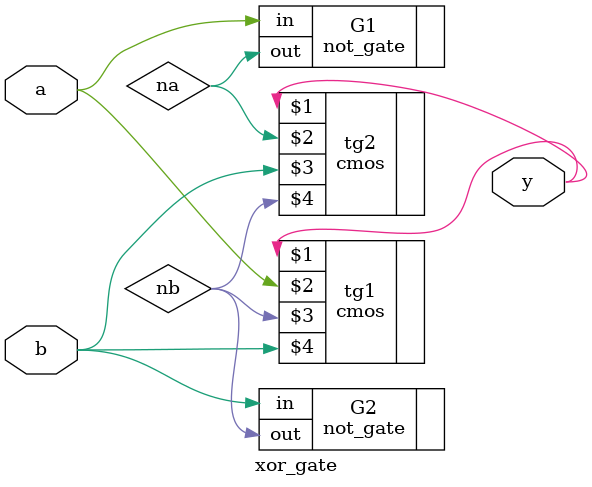
<source format=v>
module xor_gate(
  input a, b,
  output y);
  wire na, nb;     
 
  not_gate G1(.out(na), .in(a));
  not_gate G2(.out(nb), .in(b));

     // a & ~b
  cmos tg1(y, a, nb, b);

    // ~a & b
  cmos tg2(y, na, b, nb);

endmodule


</source>
